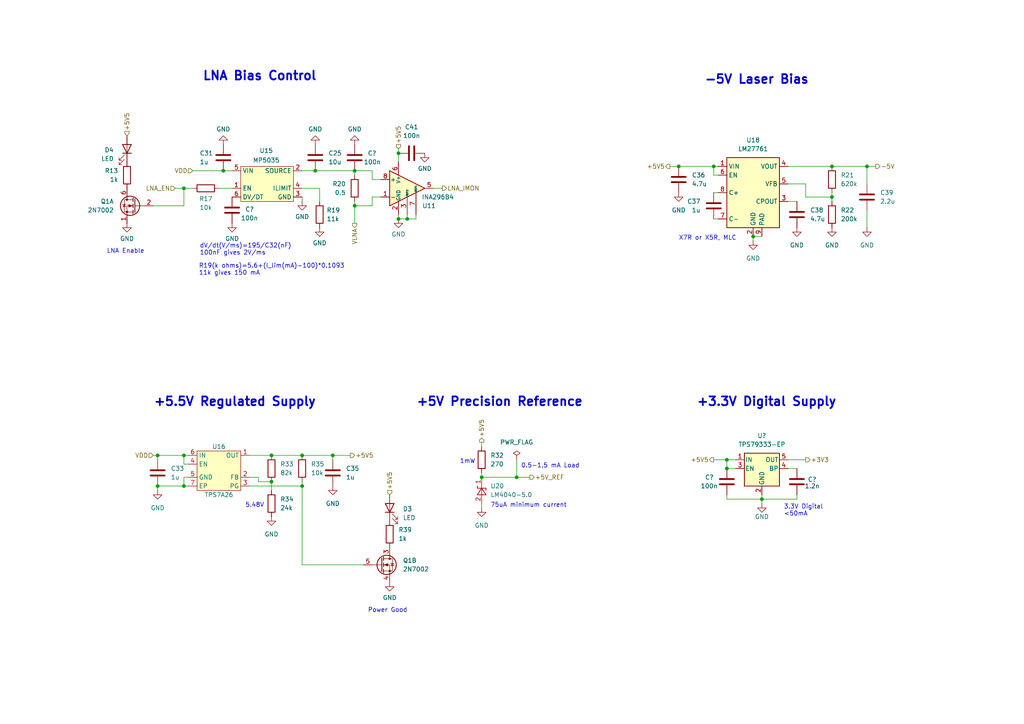
<source format=kicad_sch>
(kicad_sch (version 20250114) (generator "eeschema") (generator_version "9.0")
  (paper "A4")
  (title_block (title "FTX schematic") (date "2024-07-01") (rev "4") (company "Caltech") (comment 1 "Kiran Shila") (comment 2 "Drawing ASP-310") (comment 3 "DSA2000"))
  (lib_symbols
    (symbol "DSA2K:2N7002DW" (pin_names (hide yes))
      (property "Reference" "Q" (at 5.08 1.905 0))
      (property "Value" "2N7002DW" (at 5.08 0 0))
      (symbol "2N7002DW_0_1"
        (polyline (pts (xy 0.254 1.905) (xy 0.254 -1.905)) (stroke (width 0.254)))
        (polyline (pts (xy 0.254 0) (xy -2.54 0)))
        (polyline (pts (xy 0.762 2.286) (xy 0.762 1.27)) (stroke (width 0.254)))
        (polyline (pts (xy 0.762 0.508) (xy 0.762 -0.508)) (stroke (width 0.254)))
        (polyline (pts (xy 0.762 -1.27) (xy 0.762 -2.286)) (stroke (width 0.254)))
        (polyline (pts (xy 0.762 -1.778) (xy 3.302 -1.778) (xy 3.302 1.778) (xy 0.762 1.778)))
        (polyline (pts (xy 1.016 0) (xy 2.032 0.381) (xy 2.032 -0.381) (xy 1.016 0)) (fill (type outline)))
        (circle (center 1.651 0) (radius 2.794) (stroke (width 0.254)))
        (polyline (pts (xy 2.54 2.54) (xy 2.54 1.778)))
        (circle (center 2.54 1.778) (radius 0.254) (fill (type outline)))
        (circle (center 2.54 -1.778) (radius 0.254) (fill (type outline)))
        (polyline (pts (xy 2.54 -2.54) (xy 2.54 0) (xy 0.762 0)))
        (polyline (pts (xy 2.794 0.508) (xy 2.921 0.381) (xy 3.683 0.381) (xy 3.81 0.254)))
        (polyline (pts (xy 3.302 0.381) (xy 2.921 -0.254) (xy 3.683 -0.254) (xy 3.302 0.381)))
      )
      (symbol "2N7002DW_1_1"
        (pin passive line (at -5.08 0 0) (length 2.54) (name "G") (number "2"))
        (pin passive line (at 2.54 5.08 270) (length 2.54) (name "D") (number "6"))
        (pin passive line (at 2.54 -5.08 90) (length 2.54) (name "S") (number "1"))
      )
      (symbol "2N7002DW_2_1"
        (pin passive line (at -5.08 0 0) (length 2.54) (name "G") (number "5"))
        (pin passive line (at 2.54 5.08 270) (length 2.54) (name "D") (number "3"))
        (pin passive line (at 2.54 -5.08 90) (length 2.54) (name "S") (number "4"))
      )
    )
    (symbol "DSA2K:INA296B4" (pin_names (offset 0.127))
      (property "Reference" "U" (at 3.81 3.81 0))
      (property "Value" "INA296B4" (at 3.81 -2.54 0))
      (symbol "INA296B4_0_1"
        (polyline (pts (xy 5.08 0) (xy -5.08 5.08) (xy -5.08 -5.08) (xy 5.08 0)) (stroke (width 0.254)) (fill (type background)))
      )
      (symbol "INA296B4_1_1"
        (pin input line (at -7.62 2.54 0) (length 2.54) (name "+") (number "8"))
        (pin input line (at -7.62 -2.54 0) (length 2.54) (name "-") (number "1"))
        (pin power_in line (at -2.54 7.62 270) (length 3.81) (name "V+") (number "6"))
        (pin power_in line (at -2.54 -7.62 90) (length 3.81) (name "GND") (number "2"))
        (pin passive line (at -2.54 -7.62 90) (length 3.81) (hide yes) (name "GND") (number "4"))
        (pin passive line (at 0 -7.62 90) (length 5.08) (name "REF2") (number "3"))
        (pin passive line (at 2.54 -7.62 90) (length 6.35) (name "REF1") (number "7"))
        (pin output line (at 7.62 0 180) (length 2.54) (name "~") (number "5"))
      )
    )
    (symbol "DSA2K:MP5035"
      (property "Reference" "U" (at 0 -6.858 0))
      (property "Value" "MP5035" (at -0.254 6.604 0))
      (symbol "MP5035_1_1"
        (rectangle (start -7.62 5.08) (end 7.62 -5.08) (fill (type background)))
        (pin power_in line (at -10.16 3.81 0) (length 2.54) (name "VIN") (number "5"))
        (pin input line (at -10.16 -1.27 0) (length 2.54) (name "EN") (number "1"))
        (pin input line (at -10.16 -3.81 0) (length 2.54) (name "DV/DT") (number "6"))
        (pin power_out line (at 10.16 3.81 180) (length 2.54) (name "SOURCE") (number "2"))
        (pin input line (at 10.16 -1.27 180) (length 2.54) (name "ILIMIT") (number "4"))
        (pin power_in line (at 10.16 -3.81 180) (length 2.54) (name "GND") (number "3"))
      )
    )
    (symbol "DSA2K:TPS7A26"
      (property "Reference" "U" (at 0 6.35 0))
      (property "Value" "TPS7A26" (at 0 -7.62 0))
      (symbol "TPS7A26_0_0"
        (text "" (at -1.27 24.13 0) (effects (font (size 1.27 1.27))))
        (pin power_in line (at -8.89 3.81 0) (length 2.54) (name "IN") (number "6"))
        (pin input line (at -8.89 1.27 0) (length 2.54) (name "EN") (number "4"))
        (pin power_in line (at -8.89 -2.54 0) (length 2.54) (name "GND") (number "5"))
        (pin power_out line (at 8.89 3.81 180) (length 2.54) (name "OUT") (number "1"))
        (pin passive line (at 8.89 -2.54 180) (length 2.54) (name "FB") (number "2"))
        (pin open_collector line (at 8.89 -5.08 180) (length 2.54) (name "PG") (number "3"))
      )
      (symbol "TPS7A26_1_0"
        (pin power_in line (at -8.89 -5.08 0) (length 2.54) (name "EP") (number "7"))
      )
      (symbol "TPS7A26_1_1"
        (rectangle (start -6.35 5.08) (end 6.35 -6.35) (fill (type background)))
      )
    )
    (symbol "Device:C" (pin_numbers (hide yes)) (pin_names (offset 0.254))
      (property "Reference" "C" (at 0.635 2.54 0))
      (property "Value" "C" (at 0.635 -2.54 0))
      (symbol "C_0_1"
        (polyline (pts (xy -2.032 0.762) (xy 2.032 0.762)) (stroke (width 0.508)))
        (polyline (pts (xy -2.032 -0.762) (xy 2.032 -0.762)) (stroke (width 0.508)))
      )
      (symbol "C_1_1"
        (pin passive line (at 0 3.81 270) (length 2.794) (name "~") (number "1"))
        (pin passive line (at 0 -3.81 90) (length 2.794) (name "~") (number "2"))
      )
    )
    (symbol "Device:LED" (pin_numbers (hide yes)) (pin_names (offset 1.016) (hide yes))
      (property "Reference" "D" (at 0 2.54 0))
      (property "Value" "LED" (at 0 -2.54 0))
      (symbol "LED_0_1"
        (polyline (pts (xy -3.048 -0.762) (xy -4.572 -2.286) (xy -3.81 -2.286) (xy -4.572 -2.286) (xy -4.572 -1.524)))
        (polyline (pts (xy -1.778 -0.762) (xy -3.302 -2.286) (xy -2.54 -2.286) (xy -3.302 -2.286) (xy -3.302 -1.524)))
        (polyline (pts (xy -1.27 0) (xy 1.27 0)))
        (polyline (pts (xy -1.27 -1.27) (xy -1.27 1.27)) (stroke (width 0.254)))
        (polyline (pts (xy 1.27 -1.27) (xy 1.27 1.27) (xy -1.27 0) (xy 1.27 -1.27)) (stroke (width 0.254)))
      )
      (symbol "LED_1_1"
        (pin passive line (at -3.81 0 0) (length 2.54) (name "K") (number "1"))
        (pin passive line (at 3.81 0 180) (length 2.54) (name "A") (number "2"))
      )
    )
    (symbol "Device:R" (pin_numbers (hide yes)) (pin_names (offset 0))
      (property "Reference" "R" (at 2.032 0 90))
      (property "Value" "R" (at 0 0 90))
      (symbol "R_0_1"
        (rectangle (start -1.016 -2.54) (end 1.016 2.54) (stroke (width 0.254)))
      )
      (symbol "R_1_1"
        (pin passive line (at 0 3.81 270) (length 1.27) (name "~") (number "1"))
        (pin passive line (at 0 -3.81 90) (length 1.27) (name "~") (number "2"))
      )
    )
    (symbol "Reference_Voltage:LM4040DBZ-5" (pin_names (offset 0.0254) (hide yes))
      (property "Reference" "U" (at 0 2.54 0))
      (property "Value" "LM4040DBZ-5" (at 0 -3.175 0))
      (symbol "LM4040DBZ-5_0_1"
        (polyline (pts (xy -1.27 0) (xy 0 0) (xy 1.27 0)))
        (polyline (pts (xy -1.27 -1.27) (xy 0.635 0) (xy -1.27 1.27) (xy -1.27 -1.27)) (stroke (width 0.2032)))
        (polyline (pts (xy 0 -1.27) (xy 0.635 -1.27) (xy 0.635 1.27) (xy 1.27 1.27)) (stroke (width 0.2032)))
      )
      (symbol "LM4040DBZ-5_1_1"
        (pin passive line (at -3.81 0 0) (length 2.54) (name "A") (number "2"))
        (pin no_connect line (at -1.27 0 0) (length 2.54) (hide yes) (name "NC") (number "3"))
        (pin passive line (at 3.81 0 180) (length 2.54) (name "K") (number "1"))
      )
    )
    (symbol "Regulator_Linear:TPS79333-EP" (pin_names (offset 0.254))
      (property "Reference" "U" (at -3.81 5.715 0))
      (property "Value" "TPS79333-EP" (at 0 5.715 0))
      (symbol "TPS79333-EP_1_1"
        (rectangle (start 5.08 -5.08) (end -5.08 4.445) (stroke (width 0.254)) (fill (type background)))
        (pin power_in line (at -7.62 2.54 0) (length 2.54) (name "IN") (number "1"))
        (pin input line (at -7.62 0 0) (length 2.54) (name "EN") (number "3"))
        (pin power_in line (at 0 -7.62 90) (length 2.54) (name "GND") (number "2"))
        (pin power_out line (at 7.62 2.54 180) (length 2.54) (name "OUT") (number "5"))
        (pin bidirectional line (at 7.62 0 180) (length 2.54) (name "BP") (number "4"))
      )
    )
    (symbol "Regulator_SwitchedCapacitor:LM27761"
      (property "Reference" "U" (at -6.35 11.43 0))
      (property "Value" "LM27761" (at 3.302 11.43 0))
      (symbol "LM27761_0_1"
        (rectangle (start -7.62 10.16) (end 7.62 -10.16) (stroke (width 0.254)) (fill (type background)))
      )
      (symbol "LM27761_1_1"
        (pin power_in line (at -10.16 7.62 0) (length 2.54) (name "VIN") (number "1"))
        (pin input line (at -10.16 5.08 0) (length 2.54) (name "EN") (number "6"))
        (pin passive line (at -10.16 0 0) (length 2.54) (name "C+") (number "8"))
        (pin passive line (at -10.16 -7.62 0) (length 2.54) (name "C-") (number "7"))
        (pin power_in line (at 0 -12.7 90) (length 2.54) (name "GND") (number "2"))
        (pin power_in line (at 2.54 -12.7 90) (length 2.54) (name "PAD") (number "9"))
        (pin power_out line (at 10.16 7.62 180) (length 2.54) (name "VOUT") (number "4"))
        (pin input line (at 10.16 2.54 180) (length 2.54) (name "VFB") (number "5"))
        (pin power_out line (at 10.16 -2.54 180) (length 2.54) (name "CPOUT") (number "3"))
      )
    )
    (symbol "power:GND" (power) (pin_numbers (hide yes)) (pin_names (offset 0) (hide yes))
      (property "Value" "GND" (at 0 -3.81 0))
      (symbol "GND_0_1"
        (polyline (pts (xy 0 0) (xy 0 -1.27) (xy 1.27 -1.27) (xy 0 -2.54) (xy -1.27 -1.27) (xy 0 -1.27)))
      )
      (symbol "GND_1_1"
        (pin power_in line (at 0 0 270) (length 0) (name "~") (number "1"))
      )
    )
    (symbol "power:PWR_FLAG" (power) (pin_numbers (hide yes)) (pin_names (offset 0) (hide yes))
      (property "Value" "PWR_FLAG" (at 0 3.81 0))
      (symbol "PWR_FLAG_0_0"
        (pin power_out line (at 0 0 90) (length 0) (name "~") (number "1"))
      )
      (symbol "PWR_FLAG_0_1"
        (polyline (pts (xy 0 0) (xy 0 1.27) (xy -1.016 1.905) (xy 0 2.54) (xy 1.016 1.905) (xy 0 1.27)))
      )
    )
  )
  (text "dV/dt(V/ms)=195/C32(nF)\n100nF gives 2V/ms" (at 57.912 74.168 0) (effects (font (size 1.27 1.27)) (justify left bottom)))
  (text "R19(k ohms)=5.6+(I_lim(mA)-100)*0.1093\n11k gives 150 mA" (at 57.658 80.01 0) (effects (font (size 1.27 1.27)) (justify left bottom)))
  (text "1mW" (at 133.35 134.62 0) (effects (font (size 1.27 1.27)) (justify left bottom)))
  (text "+5V Precision Reference" (at 120.65 118.11 0) (effects (font (size 2.54 2.54) (thickness 0.508) (bold yes)) (justify left bottom)))
  (text "-5V Laser Bias" (at 204.216 24.638 0) (effects (font (size 2.54 2.54) (thickness 0.508) (bold yes)) (justify left bottom)))
  (text "3.3V Digital\n<50mA\n" (at 227.33 149.86 0) (effects (font (size 1.27 1.27)) (justify left bottom)))
  (text "0.5-1.5 mA Load" (at 151.13 135.89 0) (effects (font (size 1.27 1.27)) (justify left bottom)))
  (text "LNA Enable" (at 41.91 73.66 0) (effects (font (size 1.27 1.27)) (justify right bottom)))
  (text "Power Good" (at 106.68 177.8 0) (effects (font (size 1.27 1.27)) (justify left bottom)))
  (text "+3.3V Digital Supply" (at 201.93 118.11 0) (effects (font (size 2.54 2.54) (thickness 0.508) (bold yes)) (justify left bottom)))
  (text "5.48V" (at 71.12 147.32 0) (effects (font (size 1.27 1.27)) (justify left bottom)))
  (text "75uA minimum current" (at 142.24 147.32 0) (effects (font (size 1.27 1.27)) (justify left bottom)))
  (text "X7R or X5R, MLC" (at 196.85 69.85 0) (effects (font (size 1.27 1.27)) (justify left bottom)))
  (text "+5.5V Regulated Supply" (at 44.45 118.11 0) (effects (font (size 2.54 2.54) (thickness 0.508) (bold yes)) (justify left bottom)))
  (text "LNA Bias Control" (at 58.674 23.622 0) (effects (font (size 2.54 2.54) (thickness 0.508) (bold yes)) (justify left bottom)))
  (junction (at 241.3 57.15))
  (junction (at 220.98 144.78))
  (junction (at 102.87 49.53))
  (junction (at 118.11 63.5))
  (junction (at 78.74 132.08))
  (junction (at 196.85 48.26))
  (junction (at 102.87 59.69))
  (junction (at 53.34 140.97))
  (junction (at 251.46 48.26))
  (junction (at 45.72 132.08))
  (junction (at 87.63 132.08))
  (junction (at 207.01 48.26))
  (junction (at 53.34 54.61))
  (junction (at 149.86 138.43))
  (junction (at 218.44 68.58))
  (junction (at 241.3 48.26))
  (junction (at 210.82 133.35))
  (junction (at 45.72 140.97))
  (junction (at 64.77 49.53))
  (junction (at 87.63 140.97))
  (junction (at 91.44 49.53))
  (junction (at 96.52 132.08))
  (junction (at 78.74 139.7))
  (junction (at 53.34 132.08))
  (junction (at 210.82 135.89))
  (junction (at 139.7 138.43))
  (junction (at 115.57 63.5))
  (junction (at 115.57 44.45))
  (wire (pts (xy 44.45 59.69) (xy 53.34 59.69)))
  (wire (pts (xy 78.74 132.08) (xy 72.39 132.08)))
  (wire (pts (xy 233.68 57.15) (xy 241.3 57.15)))
  (wire (pts (xy 72.39 138.43) (xy 74.93 138.43)))
  (wire (pts (xy 251.46 66.04) (xy 251.46 60.96)))
  (wire (pts (xy 87.63 49.53) (xy 91.44 49.53)))
  (wire (pts (xy 228.6 48.26) (xy 241.3 48.26)))
  (wire (pts (xy 231.14 135.89) (xy 228.6 135.89)))
  (wire (pts (xy 102.87 49.53) (xy 102.87 50.8)))
  (wire (pts (xy 44.45 132.08) (xy 45.72 132.08)))
  (wire (pts (xy 241.3 55.88) (xy 241.3 57.15)))
  (wire (pts (xy 139.7 138.43) (xy 149.86 138.43)))
  (wire (pts (xy 110.49 57.15) (xy 107.95 57.15)))
  (wire (pts (xy 50.8 54.61) (xy 53.34 54.61)))
  (wire (pts (xy 115.57 44.45) (xy 115.57 46.99)))
  (wire (pts (xy 207.01 48.26) (xy 208.28 48.26)))
  (wire (pts (xy 139.7 128.27) (xy 139.7 129.54)))
  (wire (pts (xy 115.57 62.23) (xy 115.57 63.5)))
  (wire (pts (xy 91.44 49.53) (xy 102.87 49.53)))
  (wire (pts (xy 110.49 52.07) (xy 107.95 52.07)))
  (wire (pts (xy 96.52 132.08) (xy 96.52 133.35)))
  (wire (pts (xy 87.63 57.15) (xy 87.63 58.42)))
  (wire (pts (xy 218.44 68.58) (xy 220.98 68.58)))
  (wire (pts (xy 210.82 144.78) (xy 220.98 144.78)))
  (wire (pts (xy 196.85 48.26) (xy 207.01 48.26)))
  (wire (pts (xy 107.95 57.15) (xy 107.95 59.69)))
  (wire (pts (xy 74.93 139.7) (xy 78.74 139.7)))
  (wire (pts (xy 87.63 140.97) (xy 72.39 140.97)))
  (wire (pts (xy 210.82 135.89) (xy 210.82 133.35)))
  (wire (pts (xy 228.6 58.42) (xy 231.14 58.42)))
  (wire (pts (xy 210.82 143.51) (xy 210.82 144.78)))
  (wire (pts (xy 53.34 132.08) (xy 54.61 132.08)))
  (wire (pts (xy 54.61 140.97) (xy 53.34 140.97)))
  (wire (pts (xy 64.77 49.53) (xy 67.31 49.53)))
  (wire (pts (xy 228.6 53.34) (xy 233.68 53.34)))
  (wire (pts (xy 78.74 132.08) (xy 87.63 132.08)))
  (wire (pts (xy 92.71 54.61) (xy 87.63 54.61)))
  (wire (pts (xy 53.34 54.61) (xy 55.88 54.61)))
  (wire (pts (xy 53.34 140.97) (xy 45.72 140.97)))
  (wire (pts (xy 107.95 49.53) (xy 102.87 49.53)))
  (wire (pts (xy 139.7 147.32) (xy 139.7 146.05)))
  (wire (pts (xy 55.88 49.53) (xy 64.77 49.53)))
  (wire (pts (xy 45.72 132.08) (xy 53.34 132.08)))
  (wire (pts (xy 207.01 63.5) (xy 208.28 63.5)))
  (wire (pts (xy 207.01 133.35) (xy 210.82 133.35)))
  (wire (pts (xy 102.87 59.69) (xy 102.87 64.77)))
  (wire (pts (xy 87.63 163.83) (xy 105.41 163.83)))
  (wire (pts (xy 149.86 138.43) (xy 153.67 138.43)))
  (wire (pts (xy 87.63 132.08) (xy 96.52 132.08)))
  (wire (pts (xy 115.57 43.18) (xy 115.57 44.45)))
  (wire (pts (xy 218.44 68.58) (xy 218.44 69.85)))
  (wire (pts (xy 87.63 140.97) (xy 87.63 163.83)))
  (wire (pts (xy 210.82 133.35) (xy 213.36 133.35)))
  (wire (pts (xy 207.01 55.88) (xy 208.28 55.88)))
  (wire (pts (xy 45.72 140.97) (xy 45.72 142.24)))
  (wire (pts (xy 107.95 59.69) (xy 102.87 59.69)))
  (wire (pts (xy 233.68 53.34) (xy 233.68 57.15)))
  (wire (pts (xy 208.28 50.8) (xy 207.01 50.8)))
  (wire (pts (xy 92.71 58.42) (xy 92.71 54.61)))
  (wire (pts (xy 54.61 134.62) (xy 53.34 134.62)))
  (wire (pts (xy 53.34 59.69) (xy 53.34 54.61)))
  (wire (pts (xy 118.11 63.5) (xy 115.57 63.5)))
  (wire (pts (xy 120.65 62.23) (xy 120.65 63.5)))
  (wire (pts (xy 228.6 133.35) (xy 233.68 133.35)))
  (wire (pts (xy 220.98 144.78) (xy 220.98 146.05)))
  (wire (pts (xy 102.87 58.42) (xy 102.87 59.69)))
  (wire (pts (xy 241.3 48.26) (xy 251.46 48.26)))
  (wire (pts (xy 118.11 62.23) (xy 118.11 63.5)))
  (wire (pts (xy 149.86 133.35) (xy 149.86 138.43)))
  (wire (pts (xy 120.65 63.5) (xy 118.11 63.5)))
  (wire (pts (xy 241.3 57.15) (xy 241.3 58.42)))
  (wire (pts (xy 53.34 138.43) (xy 53.34 140.97)))
  (wire (pts (xy 220.98 143.51) (xy 220.98 144.78)))
  (wire (pts (xy 107.95 52.07) (xy 107.95 49.53)))
  (wire (pts (xy 87.63 139.7) (xy 87.63 140.97)))
  (wire (pts (xy 96.52 132.08) (xy 101.6 132.08)))
  (wire (pts (xy 194.31 48.26) (xy 196.85 48.26)))
  (wire (pts (xy 74.93 138.43) (xy 74.93 139.7)))
  (wire (pts (xy 45.72 132.08) (xy 45.72 133.35)))
  (wire (pts (xy 210.82 135.89) (xy 213.36 135.89)))
  (wire (pts (xy 251.46 48.26) (xy 251.46 53.34)))
  (wire (pts (xy 125.73 54.61) (xy 128.27 54.61)))
  (wire (pts (xy 139.7 137.16) (xy 139.7 138.43)))
  (wire (pts (xy 53.34 134.62) (xy 53.34 132.08)))
  (wire (pts (xy 63.5 54.61) (xy 67.31 54.61)))
  (wire (pts (xy 220.98 144.78) (xy 231.14 144.78)))
  (wire (pts (xy 251.46 48.26) (xy 254 48.26)))
  (wire (pts (xy 54.61 138.43) (xy 53.34 138.43)))
  (wire (pts (xy 78.74 139.7) (xy 78.74 142.24)))
  (wire (pts (xy 207.01 50.8) (xy 207.01 48.26)))
  (wire (pts (xy 231.14 143.51) (xy 231.14 144.78)))
  (hierarchical_label "VDD" (shape input) (at 44.45 132.08 180))
  (hierarchical_label "-5V" (shape output) (at 254 48.26 0))
  (hierarchical_label "+5V5" (shape input) (at 115.57 43.18 90))
  (hierarchical_label "+5V5" (shape output) (at 101.6 132.08 0))
  (hierarchical_label "LNA_IMON" (shape output) (at 128.27 54.61 0))
  (hierarchical_label "+5V5" (shape output) (at 139.7 128.27 90))
  (hierarchical_label "+5V5" (shape output) (at 194.31 48.26 180))
  (hierarchical_label "VDD" (shape input) (at 55.88 49.53 180))
  (hierarchical_label "+5V5" (shape output) (at 207.01 133.35 180))
  (hierarchical_label "+5V5" (shape input) (at 36.83 39.37 90))
  (hierarchical_label "+3V3" (shape output) (at 233.68 133.35 0))
  (hierarchical_label "VLNA" (shape output) (at 102.87 64.77 270))
  (hierarchical_label "+5V_REF" (shape output) (at 153.67 138.43 0))
  (hierarchical_label "+5V5" (shape input) (at 113.03 143.51 90))
  (hierarchical_label "LNA_EN" (shape input) (at 50.8 54.61 180))
  (symbol (lib_id "power:GND") (at 218.44 69.85 0) (unit 1)
    (property "Reference" "#PWR062" (effects (hide yes)))
    (property "Value" "GND" (at 218.44 74.93 0))
    (property "Description" "Power symbol creates a global label with name \"GND\" , ground" (effects (hide yes)))
  )
  (symbol (lib_id "power:GND") (at 241.3 66.04 0) (unit 1)
    (property "Reference" "#PWR065" (effects (hide yes)))
    (property "Value" "GND" (at 241.3 71.12 0))
    (property "Description" "Power symbol creates a global label with name \"GND\" , ground" (effects (hide yes)))
  )
  (symbol (lib_id "Device:R") (at 59.69 54.61 270) (unit 1)
    (property "Reference" "R17" (at 59.69 57.658 90))
    (property "Value" "10k" (at 59.69 60.198 90))
    (property "Footprint" "Resistor_SMD:R_0402_1005Metric" (effects (hide yes)))
    (property "Description" "Resistor" (effects (hide yes)))
    (property "MPN" "RC0402FR-0710KL" (effects (hide yes)))
    (instances (project "ftx" (path "" (reference "R17") (unit 1))) (project "FiberTransmitter" (path "" (reference "R?") (unit 1))))
  )
  (symbol (lib_id "power:GND") (at 123.19 44.45 0) (mirror y) (unit 1)
    (property "Reference" "#PWR060" (effects (hide yes)))
    (property "Value" "GND" (at 123.19 48.895 0))
    (property "Description" "Power symbol creates a global label with name \"GND\" , ground" (effects (hide yes)))
  )
  (symbol (lib_id "Device:R") (at 92.71 62.23 0) (unit 1)
    (property "Reference" "R19" (at 94.742 60.96 0) (effects (justify left)))
    (property "Value" "11k" (at 94.742 63.5 0) (effects (justify left)))
    (property "Footprint" "Resistor_SMD:R_0402_1005Metric" (effects (hide yes)))
    (property "Description" "Resistor" (effects (hide yes)))
    (property "MPN" "RC0402FR-0711KL" (effects (hide yes)))
  )
  (symbol (lib_id "power:GND") (at 231.14 66.04 0) (unit 1)
    (property "Reference" "#PWR064" (effects (hide yes)))
    (property "Value" "GND" (at 231.14 71.12 0))
    (property "Description" "Power symbol creates a global label with name \"GND\" , ground" (effects (hide yes)))
  )
  (symbol (lib_id "power:GND") (at 96.52 140.97 0) (unit 1)
    (property "Reference" "#PWR059" (effects (hide yes)))
    (property "Value" "GND" (at 96.52 146.05 0))
    (property "Description" "Power symbol creates a global label with name \"GND\" , ground" (effects (hide yes)))
  )
  (symbol (lib_id "power:GND") (at 115.57 63.5 0) (unit 1)
    (property "Reference" "#PWR061" (effects (hide yes)))
    (property "Value" "GND" (at 115.57 67.945 0))
    (property "Description" "Power symbol creates a global label with name \"GND\" , ground" (effects (hide yes)))
    (instances (project "ftx" (path "" (reference "#PWR061") (unit 1))) (project "FiberTransmitter" (path "" (reference "#PWR?") (unit 1)) (path "" (reference "#PWR?") (unit 1))) (project "GreX Frontend" (path "" (reference "#PWR?") (unit 1))))
  )
  (symbol (lib_id "Device:C") (at 67.31 60.96 0) (unit 1)
    (property "Reference" "C32" (at 71.12 60.706 0) (effects (justify left)))
    (property "Value" "100n" (at 69.85 63.246 0) (effects (justify left)))
    (property "Footprint" "Capacitor_SMD:C_0402_1005Metric" (effects (hide yes)))
    (property "Description" "Unpolarized capacitor" (effects (hide yes)))
    (property "MPN" "CL05B104KP5NNNC" (effects (hide yes)))
    (instances (project "fiber-receiver" (path "" (reference "C?") (unit 1)) (path "" (reference "C?") (unit 1))) (project "ftx" (path "" (reference "C32") (unit 1))) (project "FiberTransmitter" (path "" (reference "C?") (unit 1)) (path "" (reference "C?") (unit 1)) (path "" (reference "C?") (unit 1))))
  )
  (symbol (lib_id "Device:R") (at 241.3 52.07 0) (unit 1)
    (property "Reference" "R21" (at 243.84 50.8 0) (effects (justify left)))
    (property "Value" "620k" (at 243.84 53.34 0) (effects (justify left)))
    (property "Footprint" "Resistor_SMD:R_0402_1005Metric" (effects (hide yes)))
    (property "Description" "Resistor" (effects (hide yes)))
    (property "MPN" "RC0402FR-07620KL" (effects (hide yes)))
  )
  (symbol (lib_id "power:GND") (at 91.44 41.91 180) (unit 1)
    (property "Reference" "#PWR084" (effects (hide yes)))
    (property "Value" "GND" (at 91.44 37.465 0))
    (property "Description" "Power symbol creates a global label with name \"GND\" , ground" (effects (hide yes)))
  )
  (symbol (lib_id "power:GND") (at 87.63 58.42 0) (unit 1)
    (property "Reference" "#PWR054" (effects (hide yes)))
    (property "Value" "GND" (at 87.63 62.865 0))
    (property "Description" "Power symbol creates a global label with name \"GND\" , ground" (effects (hide yes)))
    (instances (project "ftx" (path "" (reference "#PWR054") (unit 1))) (project "FiberTransmitter" (path "" (reference "#PWR?") (unit 1)) (path "" (reference "#PWR?") (unit 1))) (project "GreX Frontend" (path "" (reference "#PWR?") (unit 1))))
  )
  (symbol (lib_id "Device:C") (at 210.82 139.7 0) (unit 1)
    (property "Reference" "C40" (at 204.47 138.43 0) (effects (justify left)))
    (property "Value" "100n" (at 203.2 140.97 0) (effects (justify left)))
    (property "Footprint" "Capacitor_SMD:C_0402_1005Metric" (effects (hide yes)))
    (property "Description" "Unpolarized capacitor" (effects (hide yes)))
    (property "MPN" "CL05B104KP5NNNC" (effects (hide yes)))
    (instances (project "fiber-receiver" (path "" (reference "C?") (unit 1)) (path "" (reference "C?") (unit 1))) (project "ftx" (path "" (reference "C40") (unit 1))) (project "FiberTransmitter" (path "" (reference "C?") (unit 1)) (path "" (reference "C?") (unit 1)) (path "" (reference "C?") (unit 1))))
  )
  (symbol (lib_id "Device:C") (at 119.38 44.45 270) (unit 1)
    (property "Reference" "C41" (at 119.38 36.83 90))
    (property "Value" "100n" (at 119.38 39.37 90))
    (property "Footprint" "Capacitor_SMD:C_0402_1005Metric" (effects (hide yes)))
    (property "Description" "Unpolarized capacitor" (effects (hide yes)))
    (property "MPN" "CL05B104KP5NNNC" (effects (hide yes)))
  )
  (symbol (lib_id "DSA2K:TPS7A26") (at 63.5 135.89 0) (unit 1)
    (property "Reference" "U16" (at 63.5 129.54 0))
    (property "Value" "TPS7A26" (at 63.5 143.51 0))
    (property "Footprint" "Package_SON:WSON-6-1EP_2x2mm_P0.65mm_EP1x1.6mm" (effects (hide yes)))
    (property "Datasheet" "https://www.ti.com/lit/ds/symlink/tps7a26.pdf?HQS=dis-dk-null-digikeymode-dsf-pf-null-wwe&ts=1697651079181" (effects (hide yes)))
    (property "Description" "500-mA, 18-V, Ultra-Low IQ, Low-Dropout Linear Voltage Regulator With Power-Good" (effects (hide yes)))
    (property "MPN" "TPS7A2601DRVR" (effects (hide yes)))
  )
  (symbol (lib_id "DSA2K:MP5035") (at 77.47 53.34 0) (unit 1)
    (property "Reference" "U15" (at 77.216 43.688 0))
    (property "Value" "MP5035" (at 77.216 46.482 0))
    (property "Footprint" "Package_TO_SOT_SMD:TSOT-23-6" (effects (hide yes)))
    (property "Datasheet" "https://www.monolithicpower.com/en/documentview/productdocument/index/version/2/document_type/Datasheet/lang/en/sku/MP5035GJ/document_id/10530/" (effects (hide yes)))
    (property "Description" "2.9V to 22V, 50mA to 2A, Configurable Current Limit Switch" (effects (hide yes)))
    (property "MPN" "MP5035GJ-Z" (effects (hide yes)))
  )
  (symbol (lib_id "Reference_Voltage:LM4040DBZ-5") (at 139.7 142.24 90) (unit 1)
    (property "Reference" "U20" (at 142.24 140.97 90) (effects (justify right)))
    (property "Value" "LM4040-5.0" (at 142.24 143.51 90) (effects (justify right)))
    (property "Footprint" "Package_TO_SOT_SMD:SOT-23" (effects (hide yes)))
    (property "Datasheet" "http://www.ti.com/lit/ds/symlink/lm4040-n.pdf" (effects (hide yes)))
    (property "Description" "5.000V Precision Micropower Shunt Voltage Reference, SOT-23" (effects (hide yes)))
    (property "MPN" "LM4040CYM3-5.0-TR" (effects (hide yes)))
  )
  (symbol (lib_id "Device:C") (at 91.44 45.72 0) (unit 1)
    (property "Reference" "C25" (at 95.25 44.45 0) (effects (justify left)))
    (property "Value" "10u" (at 95.25 46.99 0) (effects (justify left)))
    (property "Footprint" "Capacitor_SMD:C_0603_1608Metric" (effects (hide yes)))
    (property "Description" "Unpolarized capacitor" (effects (hide yes)))
    (property "MPN" "CL10A106MA8NRNC" (effects (hide yes)))
  )
  (symbol (lib_id "DSA2K:2N7002DW") (at 39.37 59.69 0) (mirror y) (unit 1)
    (property "Reference" "Q1" (at 33.02 58.42 0) (effects (justify left)))
    (property "Value" "2N7002" (at 33.02 60.96 0) (effects (justify left)))
    (property "Footprint" "Package_TO_SOT_SMD:SOT-363_SC-70-6" (effects (hide yes)))
    (property "Datasheet" "https://www.onsemi.com/pdf/datasheet/2n7002dw-d.pdf" (effects (hide yes)))
    (property "Description" "0.115A Id, 60V Vds, Dual N-Channel MOSFET, 7.5Ohm Ron, SC-70-6" (effects (hide yes)))
    (property "MPN" "2N7002DW" (effects (hide yes)))
  )
  (symbol (lib_id "Device:R") (at 113.03 154.94 0) (unit 1)
    (property "Reference" "R39" (at 115.57 153.67 0) (effects (justify left)))
    (property "Value" "1k" (at 115.57 156.21 0) (effects (justify left)))
    (property "Footprint" "Resistor_SMD:R_0402_1005Metric" (effects (hide yes)))
    (property "Description" "Resistor" (effects (hide yes)))
    (property "MPN" "RC0402FR-071KL" (effects (hide yes)))
  )
  (symbol (lib_id "Device:R") (at 36.83 50.8 0) (mirror y) (unit 1)
    (property "Reference" "R13" (at 34.29 49.53 0) (effects (justify left)))
    (property "Value" "1k" (at 34.29 52.07 0) (effects (justify left)))
    (property "Footprint" "Resistor_SMD:R_0402_1005Metric" (effects (hide yes)))
    (property "Description" "Resistor" (effects (hide yes)))
    (property "MPN" "RC0402FR-071KL" (effects (hide yes)))
  )
  (symbol (lib_id "power:PWR_FLAG") (at 149.86 133.35 0) (unit 1)
    (property "Reference" "#FLG03" (effects (hide yes)))
    (property "Value" "PWR_FLAG" (at 149.86 128.27 0))
    (property "Description" "Special symbol for telling ERC where power comes from" (effects (hide yes)))
  )
  (symbol (lib_id "Device:LED") (at 113.03 147.32 90) (unit 1)
    (property "Reference" "D3" (at 116.84 147.6375 90) (effects (justify right)))
    (property "Value" "LED" (at 116.84 150.1775 90) (effects (justify right)))
    (property "Footprint" "LED_SMD:LED_0603_1608Metric" (effects (hide yes)))
    (property "Datasheet" "https://optoelectronics.liteon.com/upload/download/DS22-2005-077/LTST-C193KRKT-5A.PDF" (effects (hide yes)))
    (property "Description" "Light emitting diode" (effects (hide yes)))
    (property "MPN" "LTST-C193KRKT-5A" (effects (hide yes)))
  )
  (symbol (lib_id "power:GND") (at 102.87 41.91 180) (unit 1)
    (property "Reference" "#PWR058" (effects (hide yes)))
    (property "Value" "GND" (at 102.87 37.465 0))
    (property "Description" "Power symbol creates a global label with name \"GND\" , ground" (effects (hide yes)))
    (instances (project "ftx" (path "" (reference "#PWR058") (unit 1))) (project "FiberTransmitter" (path "" (reference "#PWR?") (unit 1)) (path "" (reference "#PWR?") (unit 1))) (project "GreX Frontend" (path "" (reference "#PWR?") (unit 1))))
  )
  (symbol (lib_id "Device:R") (at 87.63 135.89 180) (unit 1)
    (property "Reference" "R35" (at 90.17 134.62 0) (effects (justify right)))
    (property "Value" "10k" (at 90.17 137.16 0) (effects (justify right)))
    (property "Footprint" "Resistor_SMD:R_0402_1005Metric" (effects (hide yes)))
    (property "Description" "Resistor" (effects (hide yes)))
    (property "MPN" "RC0402FR-0710KL" (effects (hide yes)))
    (instances (project "ftx" (path "" (reference "R35") (unit 1))) (project "FiberTransmitter" (path "" (reference "R?") (unit 1))))
  )
  (symbol (lib_id "Device:C") (at 64.77 45.72 0) (unit 1)
    (property "Reference" "C31" (at 57.912 44.45 0) (effects (justify left)))
    (property "Value" "1u" (at 57.912 46.99 0) (effects (justify left)))
    (property "Footprint" "Capacitor_SMD:C_0603_1608Metric" (effects (hide yes)))
    (property "Description" "Unpolarized capacitor" (effects (hide yes)))
    (property "MPN" "CL10A105KA8NNNC" (effects (hide yes)))
  )
  (symbol (lib_id "Device:C") (at 102.87 45.72 0) (mirror y) (unit 1)
    (property "Reference" "C34" (at 109.22 44.45 0) (effects (justify left)))
    (property "Value" "100n" (at 110.49 46.99 0) (effects (justify left)))
    (property "Footprint" "Capacitor_SMD:C_0402_1005Metric" (effects (hide yes)))
    (property "Description" "Unpolarized capacitor" (effects (hide yes)))
    (property "MPN" "CL05B104KP5NNNC" (effects (hide yes)))
    (instances (project "fiber-receiver" (path "" (reference "C?") (unit 1)) (path "" (reference "C?") (unit 1))) (project "ftx" (path "" (reference "C34") (unit 1))) (project "FiberTransmitter" (path "" (reference "C?") (unit 1)) (path "" (reference "C?") (unit 1)) (path "" (reference "C?") (unit 1))))
  )
  (symbol (lib_id "Device:R") (at 78.74 146.05 0) (unit 1)
    (property "Reference" "R34" (at 81.28 144.78 0) (effects (justify left)))
    (property "Value" "24k" (at 81.28 147.32 0) (effects (justify left)))
    (property "Footprint" "Resistor_SMD:R_0402_1005Metric" (effects (hide yes)))
    (property "Description" "Resistor" (effects (hide yes)))
    (property "MPN" "RC0402FR-0724KL" (effects (hide yes)))
  )
  (symbol (lib_id "power:GND") (at 92.71 66.04 0) (unit 1)
    (property "Reference" "#PWR053" (effects (hide yes)))
    (property "Value" "GND" (at 92.71 70.485 0))
    (property "Description" "Power symbol creates a global label with name \"GND\" , ground" (effects (hide yes)))
    (instances (project "ftx" (path "" (reference "#PWR053") (unit 1))) (project "FiberTransmitter" (path "" (reference "#PWR?") (unit 1)) (path "" (reference "#PWR?") (unit 1))) (project "GreX Frontend" (path "" (reference "#PWR?") (unit 1))))
  )
  (symbol (lib_id "power:GND") (at 45.72 142.24 0) (unit 1)
    (property "Reference" "#PWR055" (effects (hide yes)))
    (property "Value" "GND" (at 45.72 147.32 0))
    (property "Description" "Power symbol creates a global label with name \"GND\" , ground" (effects (hide yes)))
  )
  (symbol (lib_id "Device:C") (at 196.85 52.07 0) (unit 1)
    (property "Reference" "C36" (at 200.66 50.8 0) (effects (justify left)))
    (property "Value" "4.7u" (at 200.66 53.34 0) (effects (justify left)))
    (property "Footprint" "Capacitor_SMD:C_0603_1608Metric" (effects (hide yes)))
    (property "Description" "Unpolarized capacitor" (effects (hide yes)))
    (property "MPN" "CL10A475KP8NNNC" (effects (hide yes)))
  )
  (symbol (lib_id "Device:C") (at 207.01 59.69 0) (mirror y) (unit 1)
    (property "Reference" "C37" (at 203.2 58.42 0) (effects (justify left)))
    (property "Value" "1u" (at 203.2 60.96 0) (effects (justify left)))
    (property "Footprint" "Capacitor_SMD:C_0603_1608Metric" (effects (hide yes)))
    (property "Description" "Unpolarized capacitor" (effects (hide yes)))
    (property "MPN" "CL10A105KA8NNNC" (effects (hide yes)))
  )
  (symbol (lib_id "Device:C") (at 96.52 137.16 0) (unit 1)
    (property "Reference" "C35" (at 100.33 135.89 0) (effects (justify left)))
    (property "Value" "1u" (at 100.33 138.43 0) (effects (justify left)))
    (property "Footprint" "Capacitor_SMD:C_0603_1608Metric" (effects (hide yes)))
    (property "Description" "Unpolarized capacitor" (effects (hide yes)))
    (property "MPN" "CL10A105KA8NNNC" (effects (hide yes)))
  )
  (symbol (lib_id "power:GND") (at 78.74 149.86 0) (unit 1)
    (property "Reference" "#PWR057" (effects (hide yes)))
    (property "Value" "GND" (at 78.74 154.94 0))
    (property "Description" "Power symbol creates a global label with name \"GND\" , ground" (effects (hide yes)))
  )
  (symbol (lib_id "DSA2K:INA296B4") (at 118.11 54.61 0) (unit 1)
    (property "Reference" "U11" (at 124.46 59.69 0))
    (property "Value" "INA296B4" (at 127 57.15 0))
    (property "Footprint" "Package_TO_SOT_SMD:SOT-23-8" (effects (hide yes)))
    (property "Datasheet" "https://www.ti.com/lit/ds/symlink/ina296b.pdf" (effects (hide yes)))
    (property "Description" "–5 V to 110 V, Bidirectional, 1.1 MHz, 8 V/μs, Ultra-Precise Current Sense Amplifier, SOT-23-8, G=100" (effects (hide yes)))
    (property "MPN" "INA296B4IDDFR" (effects (hide yes)))
  )
  (symbol (lib_id "power:GND") (at 220.98 146.05 0) (unit 1)
    (property "Reference" "#PWR066" (effects (hide yes)))
    (property "Value" "GND" (at 220.98 149.86 0))
    (property "Description" "Power symbol creates a global label with name \"GND\" , ground" (effects (hide yes)))
    (instances (project "fiber-receiver" (path "" (reference "#PWR?") (unit 1))) (project "ftx" (path "" (reference "#PWR066") (unit 1))) (project "FiberTransmitter" (path "" (reference "#PWR?") (unit 1)) (path "" (reference "#PWR?") (unit 1))) (project "GreX Frontend" (path "" (reference "#PWR?") (unit 1))))
  )
  (symbol (lib_id "Device:R") (at 78.74 135.89 0) (unit 1)
    (property "Reference" "R33" (at 81.28 134.62 0) (effects (justify left)))
    (property "Value" "82k" (at 81.28 137.16 0) (effects (justify left)))
    (property "Footprint" "Resistor_SMD:R_0402_1005Metric" (effects (hide yes)))
    (property "Description" "Resistor" (effects (hide yes)))
    (property "MPN" "RC0402FR-0782KL" (effects (hide yes)))
  )
  (symbol (lib_id "DSA2K:2N7002DW") (at 110.49 163.83 0) (unit 2)
    (property "Reference" "Q1" (at 116.84 162.56 0) (effects (justify left)))
    (property "Value" "2N7002" (at 116.84 165.1 0) (effects (justify left)))
    (property "Footprint" "Package_TO_SOT_SMD:SOT-363_SC-70-6" (effects (hide yes)))
    (property "Datasheet" "https://www.onsemi.com/pdf/datasheet/2n7002dw-d.pdf" (effects (hide yes)))
    (property "Description" "0.115A Id, 60V Vds, Dual N-Channel MOSFET, 7.5Ohm Ron, SC-70-6" (effects (hide yes)))
    (property "MPN" "2N7002DW" (effects (hide yes)))
  )
  (symbol (lib_id "Device:C") (at 231.14 139.7 180) (unit 1)
    (property "Reference" "C42" (at 235.585 139.065 0))
    (property "Value" "1.2n" (at 235.585 140.97 0))
    (property "Footprint" "Capacitor_SMD:C_0603_1608Metric" (effects (hide yes)))
    (property "Description" "Unpolarized capacitor" (effects (hide yes)))
    (property "MPN" "GCM1885C1H122JA16D" (effects (hide yes)))
    (instances (project "fiber-receiver" (path "" (reference "C?") (unit 1)) (path "" (reference "C?") (unit 1))) (project "ftx" (path "" (reference "C42") (unit 1))) (project "FiberTransmitter" (path "" (reference "C?") (unit 1))))
  )
  (symbol (lib_id "power:GND") (at 67.31 64.77 0) (unit 1)
    (property "Reference" "#PWR056" (effects (hide yes)))
    (property "Value" "GND" (at 67.31 69.215 0))
    (property "Description" "Power symbol creates a global label with name \"GND\" , ground" (effects (hide yes)))
    (instances (project "ftx" (path "" (reference "#PWR056") (unit 1))) (project "FiberTransmitter" (path "" (reference "#PWR?") (unit 1)) (path "" (reference "#PWR?") (unit 1))) (project "GreX Frontend" (path "" (reference "#PWR?") (unit 1))))
  )
  (symbol (lib_id "Device:C") (at 251.46 57.15 0) (unit 1)
    (property "Reference" "C39" (at 255.27 55.88 0) (effects (justify left)))
    (property "Value" "2.2u" (at 255.27 58.42 0) (effects (justify left)))
    (property "Footprint" "Capacitor_SMD:C_0603_1608Metric" (effects (hide yes)))
    (property "Description" "Unpolarized capacitor" (effects (hide yes)))
    (property "MPN" "CL10A225KP8NNNC" (effects (hide yes)))
  )
  (symbol (lib_id "power:GND") (at 196.85 55.88 0) (unit 1)
    (property "Reference" "#PWR063" (effects (hide yes)))
    (property "Value" "GND" (at 196.85 60.96 0))
    (property "Description" "Power symbol creates a global label with name \"GND\" , ground" (effects (hide yes)))
  )
  (symbol (lib_id "Device:LED") (at 36.83 43.18 270) (mirror x) (unit 1)
    (property "Reference" "D4" (at 33.02 43.4975 90) (effects (justify right)))
    (property "Value" "LED" (at 33.02 46.0375 90) (effects (justify right)))
    (property "Footprint" "LED_SMD:LED_0603_1608Metric" (effects (hide yes)))
    (property "Datasheet" "https://optoelectronics.liteon.com/upload/download/DS22-2005-077/LTST-C193KRKT-5A.PDF" (effects (hide yes)))
    (property "Description" "Light emitting diode" (effects (hide yes)))
    (property "MPN" "LTST-C193KRKT-5A" (effects (hide yes)))
  )
  (symbol (lib_id "Regulator_Linear:TPS79333-EP") (at 220.98 135.89 0) (unit 1)
    (property "Reference" "U19" (at 220.98 126.365 0))
    (property "Value" "TPS79333-EP" (at 220.98 128.905 0))
    (property "Footprint" "Package_TO_SOT_SMD:SOT-23-5" (effects (hide yes)))
    (property "Datasheet" "http://www.ti.com/lit/ds/symlink/tps79333-ep.pdf" (effects (hide yes)))
    (property "Description" "200mA UltraLow-Noise, High-Precision, Fast RF, Low Drop-out Voltage Regulator, Fixed Output 3.3V, SOT-23" (effects (hide yes)))
    (property "MPN" "TPS79333DBVREP" (effects (hide yes)))
    (instances (project "fiber-receiver" (path "" (reference "U?") (unit 1))) (project "ftx" (path "" (reference "U19") (unit 1))) (project "FiberTransmitter" (path "" (reference "U?") (unit 1))))
  )
  (symbol (lib_id "power:GND") (at 36.83 64.77 0) (mirror y) (unit 1)
    (property "Reference" "#PWR048" (effects (hide yes)))
    (property "Value" "GND" (at 36.83 69.215 0))
    (property "Description" "Power symbol creates a global label with name \"GND\" , ground" (effects (hide yes)))
  )
  (symbol (lib_id "power:GND") (at 64.77 41.91 180) (unit 1)
    (property "Reference" "#PWR087" (effects (hide yes)))
    (property "Value" "GND" (at 64.77 37.465 0))
    (property "Description" "Power symbol creates a global label with name \"GND\" , ground" (effects (hide yes)))
  )
  (symbol (lib_id "Device:R") (at 139.7 133.35 0) (unit 1)
    (property "Reference" "R32" (at 142.24 132.08 0) (effects (justify left)))
    (property "Value" "270" (at 142.24 134.62 0) (effects (justify left)))
    (property "Footprint" "Resistor_SMD:R_0402_1005Metric" (effects (hide yes)))
    (property "Description" "Resistor" (effects (hide yes)))
    (property "MPN" "RC0402FR-07270RL" (effects (hide yes)))
  )
  (symbol (lib_id "Device:R") (at 102.87 54.61 0) (mirror x) (unit 1)
    (property "Reference" "R20" (at 100.33 53.34 0) (effects (justify right)))
    (property "Value" "0.5" (at 100.33 55.88 0) (effects (justify right)))
    (property "Footprint" "Resistor_SMD:R_0603_1608Metric" (effects (hide yes)))
    (property "Description" "Resistor" (effects (hide yes)))
    (property "MPN" "RL0603FR-070R5L" (effects (hide yes)))
  )
  (symbol (lib_id "Device:C") (at 45.72 137.16 0) (unit 1)
    (property "Reference" "C33" (at 49.53 135.89 0) (effects (justify left)))
    (property "Value" "1u" (at 49.53 138.43 0) (effects (justify left)))
    (property "Footprint" "Capacitor_SMD:C_0603_1608Metric" (effects (hide yes)))
    (property "Description" "Unpolarized capacitor" (effects (hide yes)))
    (property "MPN" "CL10A105KA8NNNC" (effects (hide yes)))
  )
  (symbol (lib_id "power:GND") (at 139.7 147.32 0) (unit 1)
    (property "Reference" "#PWR074" (effects (hide yes)))
    (property "Value" "GND" (at 139.7 152.4 0))
    (property "Description" "Power symbol creates a global label with name \"GND\" , ground" (effects (hide yes)))
  )
  (symbol (lib_id "Device:R") (at 241.3 62.23 0) (unit 1)
    (property "Reference" "R22" (at 243.84 60.96 0) (effects (justify left)))
    (property "Value" "200k" (at 243.84 63.5 0) (effects (justify left)))
    (property "Footprint" "Resistor_SMD:R_0402_1005Metric" (effects (hide yes)))
    (property "Description" "Resistor" (effects (hide yes)))
    (property "MPN" "RC0402FR-07200KL" (effects (hide yes)))
  )
  (symbol (lib_id "power:GND") (at 113.03 168.91 0) (unit 1)
    (property "Reference" "#PWR042" (effects (hide yes)))
    (property "Value" "GND" (at 113.03 173.355 0))
    (property "Description" "Power symbol creates a global label with name \"GND\" , ground" (effects (hide yes)))
  )
  (symbol (lib_id "power:GND") (at 251.46 66.04 0) (unit 1)
    (property "Reference" "#PWR067" (effects (hide yes)))
    (property "Value" "GND" (at 251.46 71.12 0))
    (property "Description" "Power symbol creates a global label with name \"GND\" , ground" (effects (hide yes)))
  )
  (symbol (lib_id "Regulator_SwitchedCapacitor:LM27761") (at 218.44 55.88 0) (unit 1)
    (property "Reference" "U18" (at 218.44 40.64 0))
    (property "Value" "LM27761" (at 218.44 43.18 0))
    (property "Footprint" "Package_SON:WSON-8-1EP_2x2mm_P0.5mm_EP0.9x1.6mm" (effects (hide yes)))
    (property "Datasheet" "http://www.ti.com/lit/ds/symlink/lm27761.pdf" (effects (hide yes)))
    (property "Description" "low-noise regulated switched-capacitor voltage inverter with 2.7V-5.5V input to -1.5 to -5V Output Voltage, WSON-8" (effects (hide yes)))
    (property "MPN" "LM27761DSGR" (effects (hide yes)))
  )
  (symbol (lib_id "Device:C") (at 231.14 62.23 0) (unit 1)
    (property "Reference" "C38" (at 234.95 60.96 0) (effects (justify left)))
    (property "Value" "4.7u" (at 234.95 63.5 0) (effects (justify left)))
    (property "Footprint" "Capacitor_SMD:C_0603_1608Metric" (effects (hide yes)))
    (property "Description" "Unpolarized capacitor" (effects (hide yes)))
    (property "MPN" "CL10A475KP8NNNC" (effects (hide yes)))
  )
)
</source>
